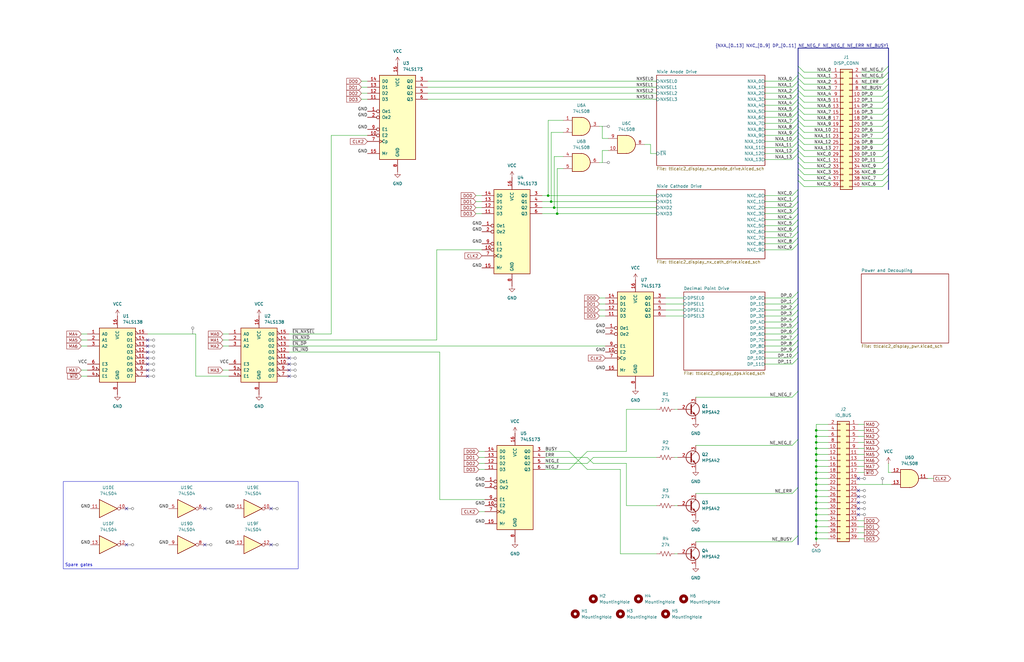
<source format=kicad_sch>
(kicad_sch (version 20231120) (generator "eeschema") (generator_version "8.0")
  (paper "USLedger")
  (title_block (title "TTL Calculator Display Driver") (date "2025-02-14") (rev "A"))
  (junction (at 232.41 85.09))
  (junction (at 344.17 217.17))
  (junction (at 344.17 196.85))
  (junction (at 344.17 214.63))
  (junction (at 344.17 224.79))
  (junction (at 344.17 199.39))
  (junction (at 344.17 222.25))
  (junction (at 344.17 212.09))
  (junction (at 344.17 186.69))
  (junction (at 344.17 207.01))
  (junction (at 344.17 181.61))
  (junction (at 233.68 87.63))
  (junction (at 344.17 209.55))
  (junction (at 344.17 194.31))
  (junction (at 344.17 227.33))
  (junction (at 344.17 189.23))
  (junction (at 344.17 191.77))
  (junction (at 344.17 201.93))
  (junction (at 344.17 219.71))
  (junction (at 234.95 90.17))
  (junction (at 231.14 82.55))
  (junction (at 344.17 184.15))
  (junction (at 344.17 204.47))
  (no_connect (at 86.36 214.63))
  (no_connect (at 361.95 207.01))
  (no_connect (at 361.95 214.63))
  (no_connect (at 121.92 156.21))
  (no_connect (at 62.23 148.59))
  (no_connect (at 86.36 229.87))
  (no_connect (at 62.23 143.51))
  (no_connect (at 62.23 146.05))
  (no_connect (at 361.95 201.93))
  (no_connect (at 121.92 158.75))
  (no_connect (at 361.95 209.55))
  (no_connect (at 62.23 156.21))
  (no_connect (at 53.34 214.63))
  (no_connect (at 62.23 158.75))
  (no_connect (at 121.92 153.67))
  (no_connect (at 53.34 229.87))
  (no_connect (at 361.95 212.09))
  (no_connect (at 121.92 151.13))
  (no_connect (at 114.3 229.87))
  (no_connect (at 114.3 214.63))
  (no_connect (at 62.23 151.13))
  (no_connect (at 62.23 153.67))
  (no_connect (at 361.95 217.17))
  (bus_entry (at 374.65 30.48) (size -2.54 2.54))
  (bus_entry (at 336.55 40.64) (size 2.54 2.54))
  (bus_entry (at 334.01 64.77) (size 2.54 -2.54))
  (bus_entry (at 374.65 40.64) (size -2.54 2.54))
  (bus_entry (at 334.01 57.15) (size 2.54 -2.54))
  (bus_entry (at 374.65 50.8) (size -2.54 2.54))
  (bus_entry (at 336.55 58.42) (size 2.54 2.54))
  (bus_entry (at 374.65 38.1) (size -2.54 2.54))
  (bus_entry (at 336.55 45.72) (size 2.54 2.54))
  (bus_entry (at 334.01 187.96) (size 2.54 -2.54))
  (bus_entry (at 334.01 41.91) (size 2.54 -2.54))
  (bus_entry (at 336.55 92.71) (size -2.54 2.54))
  (bus_entry (at 336.55 38.1) (size 2.54 2.54))
  (bus_entry (at 374.65 27.94) (size -2.54 2.54))
  (bus_entry (at 336.55 63.5) (size 2.54 2.54))
  (bus_entry (at 334.01 67.31) (size 2.54 -2.54))
  (bus_entry (at 336.55 87.63) (size -2.54 2.54))
  (bus_entry (at 336.55 33.02) (size 2.54 2.54))
  (bus_entry (at 374.65 63.5) (size -2.54 2.54))
  (bus_entry (at 336.55 100.33) (size -2.54 2.54))
  (bus_entry (at 336.55 97.79) (size -2.54 2.54))
  (bus_entry (at 336.55 55.88) (size 2.54 2.54))
  (bus_entry (at 336.55 123.19) (size -2.54 2.54))
  (bus_entry (at 336.55 102.87) (size -2.54 2.54))
  (bus_entry (at 336.55 143.51) (size -2.54 2.54))
  (bus_entry (at 336.55 133.35) (size -2.54 2.54))
  (bus_entry (at 336.55 43.18) (size 2.54 2.54))
  (bus_entry (at 336.55 68.58) (size 2.54 2.54))
  (bus_entry (at 334.01 52.07) (size 2.54 -2.54))
  (bus_entry (at 336.55 76.2) (size 2.54 2.54))
  (bus_entry (at 374.65 60.96) (size -2.54 2.54))
  (bus_entry (at 374.65 35.56) (size -2.54 2.54))
  (bus_entry (at 374.65 33.02) (size -2.54 2.54))
  (bus_entry (at 336.55 148.59) (size -2.54 2.54))
  (bus_entry (at 374.65 43.18) (size -2.54 2.54))
  (bus_entry (at 374.65 73.66) (size -2.54 2.54))
  (bus_entry (at 334.01 46.99) (size 2.54 -2.54))
  (bus_entry (at 334.01 44.45) (size 2.54 -2.54))
  (bus_entry (at 374.65 66.04) (size -2.54 2.54))
  (bus_entry (at 336.55 90.17) (size -2.54 2.54))
  (bus_entry (at 336.55 140.97) (size -2.54 2.54))
  (bus_entry (at 336.55 95.25) (size -2.54 2.54))
  (bus_entry (at 374.65 53.34) (size -2.54 2.54))
  (bus_entry (at 374.65 48.26) (size -2.54 2.54))
  (bus_entry (at 336.55 226.06) (size -2.54 2.54))
  (bus_entry (at 336.55 85.09) (size -2.54 2.54))
  (bus_entry (at 334.01 34.29) (size 2.54 -2.54))
  (bus_entry (at 374.65 55.88) (size -2.54 2.54))
  (bus_entry (at 336.55 48.26) (size 2.54 2.54))
  (bus_entry (at 336.55 35.56) (size 2.54 2.54))
  (bus_entry (at 336.55 125.73) (size -2.54 2.54))
  (bus_entry (at 336.55 138.43) (size -2.54 2.54))
  (bus_entry (at 336.55 50.8) (size 2.54 2.54))
  (bus_entry (at 334.01 36.83) (size 2.54 -2.54))
  (bus_entry (at 334.01 62.23) (size 2.54 -2.54))
  (bus_entry (at 336.55 128.27) (size -2.54 2.54))
  (bus_entry (at 374.65 71.12) (size -2.54 2.54))
  (bus_entry (at 374.65 76.2) (size -2.54 2.54))
  (bus_entry (at 334.01 59.69) (size 2.54 -2.54))
  (bus_entry (at 334.01 208.28) (size 2.54 -2.54))
  (bus_entry (at 336.55 27.94) (size 2.54 2.54))
  (bus_entry (at 336.55 60.96) (size 2.54 2.54))
  (bus_entry (at 336.55 30.48) (size 2.54 2.54))
  (bus_entry (at 336.55 71.12) (size 2.54 2.54))
  (bus_entry (at 334.01 49.53) (size 2.54 -2.54))
  (bus_entry (at 374.65 45.72) (size -2.54 2.54))
  (bus_entry (at 336.55 135.89) (size -2.54 2.54))
  (bus_entry (at 374.65 58.42) (size -2.54 2.54))
  (bus_entry (at 336.55 53.34) (size 2.54 2.54))
  (bus_entry (at 336.55 66.04) (size 2.54 2.54))
  (bus_entry (at 334.01 39.37) (size 2.54 -2.54))
  (bus_entry (at 336.55 80.01) (size -2.54 2.54))
  (bus_entry (at 336.55 146.05) (size -2.54 2.54))
  (bus_entry (at 336.55 73.66) (size 2.54 2.54))
  (bus_entry (at 334.01 54.61) (size 2.54 -2.54))
  (bus_entry (at 334.01 167.64) (size 2.54 -2.54))
  (bus_entry (at 374.65 68.58) (size -2.54 2.54))
  (bus_entry (at 336.55 130.81) (size -2.54 2.54))
  (bus_entry (at 336.55 151.13) (size -2.54 2.54))
  (bus_entry (at 336.55 82.55) (size -2.54 2.54))
  (wire (pts (xy 349.25 194.31) (xy 344.17 194.31)))
  (bus (pts (xy 336.55 130.81) (xy 336.55 133.35)))
  (bus (pts (xy 374.65 35.56) (xy 374.65 38.1)))
  (wire (pts (xy 82.55 140.97) (xy 82.55 158.75)))
  (wire (pts (xy 344.17 228.6) (xy 344.17 227.33)))
  (bus (pts (xy 336.55 34.29) (xy 336.55 35.56)))
  (wire (pts (xy 363.22 38.1) (xy 372.11 38.1)))
  (bus (pts (xy 336.55 30.48) (xy 336.55 31.75)))
  (wire (pts (xy 349.25 214.63) (xy 344.17 214.63)))
  (wire (pts (xy 252.73 133.35) (xy 255.27 133.35)))
  (bus (pts (xy 336.55 82.55) (xy 336.55 85.09)))
  (wire (pts (xy 344.17 212.09) (xy 344.17 209.55)))
  (wire (pts (xy 322.58 105.41) (xy 334.01 105.41)))
  (wire (pts (xy 364.49 196.85) (xy 361.95 196.85)))
  (wire (pts (xy 93.98 146.05) (xy 96.52 146.05)))
  (wire (pts (xy 93.98 140.97) (xy 96.52 140.97)))
  (wire (pts (xy 364.49 227.33) (xy 361.95 227.33)))
  (bus (pts (xy 336.55 53.34) (xy 336.55 54.61)))
  (wire (pts (xy 252.73 68.58) (xy 254 68.58)))
  (wire (pts (xy 339.09 60.96) (xy 350.52 60.96)))
  (bus (pts (xy 336.55 40.64) (xy 336.55 41.91)))
  (wire (pts (xy 247.65 190.5) (xy 240.03 198.12)))
  (bus (pts (xy 374.65 40.64) (xy 374.65 43.18)))
  (bus (pts (xy 336.55 62.23) (xy 336.55 63.5)))
  (bus (pts (xy 336.55 133.35) (xy 336.55 135.89)))
  (wire (pts (xy 363.22 53.34) (xy 372.11 53.34)))
  (wire (pts (xy 184.15 105.41) (xy 203.2 105.41)))
  (bus (pts (xy 336.55 76.2) (xy 336.55 80.01)))
  (wire (pts (xy 93.98 156.21) (xy 96.52 156.21)))
  (wire (pts (xy 364.49 199.39) (xy 361.95 199.39)))
  (bus (pts (xy 336.55 41.91) (xy 336.55 43.18)))
  (bus (pts (xy 336.55 45.72) (xy 336.55 46.99)))
  (bus (pts (xy 374.65 76.2) (xy 374.65 80.01)))
  (wire (pts (xy 322.58 97.79) (xy 334.01 97.79)))
  (bus (pts (xy 336.55 102.87) (xy 336.55 123.19)))
  (bus (pts (xy 336.55 36.83) (xy 336.55 38.1)))
  (wire (pts (xy 200.66 87.63) (xy 203.2 87.63)))
  (wire (pts (xy 322.58 100.33) (xy 334.01 100.33)))
  (wire (pts (xy 152.4 39.37) (xy 154.94 39.37)))
  (bus (pts (xy 336.55 123.19) (xy 336.55 125.73)))
  (wire (pts (xy 280.67 133.35) (xy 288.29 133.35)))
  (wire (pts (xy 322.58 135.89) (xy 334.01 135.89)))
  (wire (pts (xy 185.42 210.82) (xy 204.47 210.82)))
  (wire (pts (xy 344.17 222.25) (xy 344.17 219.71)))
  (bus (pts (xy 374.65 38.1) (xy 374.65 40.64)))
  (wire (pts (xy 180.34 41.91) (xy 276.86 41.91)))
  (bus (pts (xy 374.65 73.66) (xy 374.65 76.2)))
  (wire (pts (xy 344.17 189.23) (xy 344.17 186.69)))
  (wire (pts (xy 339.09 66.04) (xy 350.52 66.04)))
  (wire (pts (xy 322.58 64.77) (xy 334.01 64.77)))
  (wire (pts (xy 82.55 158.75) (xy 96.52 158.75)))
  (wire (pts (xy 180.34 36.83) (xy 276.86 36.83)))
  (wire (pts (xy 339.09 53.34) (xy 350.52 53.34)))
  (wire (pts (xy 322.58 57.15) (xy 334.01 57.15)))
  (wire (pts (xy 349.25 227.33) (xy 344.17 227.33)))
  (wire (pts (xy 280.67 125.73) (xy 288.29 125.73)))
  (wire (pts (xy 349.25 184.15) (xy 344.17 184.15)))
  (bus (pts (xy 336.55 60.96) (xy 336.55 62.23)))
  (wire (pts (xy 180.34 34.29) (xy 276.86 34.29)))
  (bus (pts (xy 374.65 43.18) (xy 374.65 45.72)))
  (wire (pts (xy 344.17 194.31) (xy 344.17 191.77)))
  (wire (pts (xy 180.34 39.37) (xy 276.86 39.37)))
  (wire (pts (xy 237.49 50.8) (xy 231.14 50.8)))
  (wire (pts (xy 200.66 82.55) (xy 203.2 82.55)))
  (wire (pts (xy 364.49 194.31) (xy 361.95 194.31)))
  (wire (pts (xy 247.65 198.12) (xy 261.62 198.12)))
  (wire (pts (xy 264.16 213.36) (xy 264.16 195.58)))
  (wire (pts (xy 363.22 73.66) (xy 372.11 73.66)))
  (wire (pts (xy 364.49 191.77) (xy 361.95 191.77)))
  (wire (pts (xy 322.58 62.23) (xy 334.01 62.23)))
  (bus (pts (xy 336.55 50.8) (xy 336.55 52.07)))
  (wire (pts (xy 237.49 66.04) (xy 233.68 66.04)))
  (bus (pts (xy 336.55 52.07) (xy 336.55 53.34)))
  (wire (pts (xy 322.58 138.43) (xy 334.01 138.43)))
  (wire (pts (xy 201.93 193.04) (xy 204.47 193.04)))
  (wire (pts (xy 344.17 196.85) (xy 344.17 194.31)))
  (wire (pts (xy 349.25 207.01) (xy 344.17 207.01)))
  (wire (pts (xy 322.58 151.13) (xy 334.01 151.13)))
  (wire (pts (xy 152.4 34.29) (xy 154.94 34.29)))
  (wire (pts (xy 344.17 214.63) (xy 344.17 212.09)))
  (wire (pts (xy 229.87 198.12) (xy 240.03 198.12)))
  (wire (pts (xy 293.37 187.96) (xy 334.01 187.96)))
  (wire (pts (xy 339.09 48.26) (xy 350.52 48.26)))
  (wire (pts (xy 349.25 222.25) (xy 344.17 222.25)))
  (wire (pts (xy 322.58 140.97) (xy 334.01 140.97)))
  (wire (pts (xy 349.25 186.69) (xy 344.17 186.69)))
  (wire (pts (xy 200.66 85.09) (xy 203.2 85.09)))
  (wire (pts (xy 363.22 55.88) (xy 372.11 55.88)))
  (wire (pts (xy 322.58 54.61) (xy 334.01 54.61)))
  (wire (pts (xy 339.09 63.5) (xy 350.52 63.5)))
  (bus (pts (xy 336.55 151.13) (xy 336.55 165.1)))
  (wire (pts (xy 349.25 199.39) (xy 344.17 199.39)))
  (bus (pts (xy 374.65 20.32) (xy 374.65 27.94)))
  (wire (pts (xy 252.73 130.81) (xy 255.27 130.81)))
  (wire (pts (xy 264.16 172.72) (xy 264.16 190.5)))
  (wire (pts (xy 234.95 90.17) (xy 276.86 90.17)))
  (wire (pts (xy 322.58 36.83) (xy 334.01 36.83)))
  (wire (pts (xy 247.65 195.58) (xy 250.19 193.04)))
  (wire (pts (xy 254 63.5) (xy 256.54 63.5)))
  (wire (pts (xy 201.93 195.58) (xy 204.47 195.58)))
  (wire (pts (xy 363.22 45.72) (xy 372.11 45.72)))
  (wire (pts (xy 339.09 45.72) (xy 350.52 45.72)))
  (bus (pts (xy 374.65 33.02) (xy 374.65 35.56)))
  (wire (pts (xy 339.09 50.8) (xy 350.52 50.8)))
  (wire (pts (xy 252.73 125.73) (xy 255.27 125.73)))
  (wire (pts (xy 34.29 156.21) (xy 36.83 156.21)))
  (wire (pts (xy 228.6 82.55) (xy 231.14 82.55)))
  (bus (pts (xy 374.65 45.72) (xy 374.65 48.26)))
  (wire (pts (xy 184.15 143.51) (xy 184.15 105.41)))
  (wire (pts (xy 229.87 193.04) (xy 247.65 193.04)))
  (bus (pts (xy 336.55 85.09) (xy 336.55 87.63)))
  (wire (pts (xy 363.22 40.64) (xy 372.11 40.64)))
  (wire (pts (xy 254 58.42) (xy 256.54 58.42)))
  (wire (pts (xy 34.29 158.75) (xy 36.83 158.75)))
  (bus (pts (xy 336.55 68.58) (xy 336.55 71.12)))
  (wire (pts (xy 339.09 76.2) (xy 350.52 76.2)))
  (wire (pts (xy 322.58 85.09) (xy 334.01 85.09)))
  (bus (pts (xy 336.55 138.43) (xy 336.55 140.97)))
  (wire (pts (xy 121.92 146.05) (xy 255.27 146.05)))
  (bus (pts (xy 374.65 68.58) (xy 374.65 71.12)))
  (bus (pts (xy 336.55 64.77) (xy 336.55 66.04)))
  (bus (pts (xy 336.55 146.05) (xy 336.55 148.59)))
  (wire (pts (xy 293.37 208.28) (xy 334.01 208.28)))
  (wire (pts (xy 293.37 167.64) (xy 334.01 167.64)))
  (wire (pts (xy 363.22 63.5) (xy 372.11 63.5)))
  (wire (pts (xy 121.92 148.59) (xy 185.42 148.59)))
  (wire (pts (xy 228.6 90.17) (xy 234.95 90.17)))
  (bus (pts (xy 336.55 140.97) (xy 336.55 143.51)))
  (wire (pts (xy 375.92 199.39) (xy 374.65 199.39)))
  (bus (pts (xy 336.55 33.02) (xy 336.55 34.29)))
  (wire (pts (xy 322.58 102.87) (xy 334.01 102.87)))
  (wire (pts (xy 344.17 199.39) (xy 344.17 196.85)))
  (bus (pts (xy 374.65 58.42) (xy 374.65 60.96)))
  (wire (pts (xy 229.87 195.58) (xy 247.65 195.58)))
  (wire (pts (xy 240.03 190.5) (xy 247.65 198.12)))
  (wire (pts (xy 322.58 52.07) (xy 334.01 52.07)))
  (wire (pts (xy 34.29 143.51) (xy 36.83 143.51)))
  (bus (pts (xy 336.55 57.15) (xy 336.55 58.42)))
  (wire (pts (xy 139.7 140.97) (xy 139.7 57.15)))
  (wire (pts (xy 344.17 201.93) (xy 344.17 199.39)))
  (wire (pts (xy 349.25 201.93) (xy 344.17 201.93)))
  (bus (pts (xy 336.55 38.1) (xy 336.55 39.37)))
  (wire (pts (xy 139.7 57.15) (xy 154.94 57.15)))
  (bus (pts (xy 336.55 80.01) (xy 336.55 82.55)))
  (bus (pts (xy 336.55 73.66) (xy 336.55 76.2)))
  (wire (pts (xy 322.58 133.35) (xy 334.01 133.35)))
  (wire (pts (xy 322.58 39.37) (xy 334.01 39.37)))
  (wire (pts (xy 339.09 78.74) (xy 350.52 78.74)))
  (wire (pts (xy 339.09 35.56) (xy 350.52 35.56)))
  (wire (pts (xy 185.42 148.59) (xy 185.42 210.82)))
  (bus (pts (xy 336.55 35.56) (xy 336.55 36.83)))
  (wire (pts (xy 264.16 172.72) (xy 276.86 172.72)))
  (bus (pts (xy 336.55 143.51) (xy 336.55 146.05)))
  (wire (pts (xy 364.49 181.61) (xy 361.95 181.61)))
  (wire (pts (xy 271.78 60.96) (xy 274.32 60.96)))
  (wire (pts (xy 344.17 227.33) (xy 344.17 224.79)))
  (wire (pts (xy 228.6 85.09) (xy 232.41 85.09)))
  (wire (pts (xy 34.29 146.05) (xy 36.83 146.05)))
  (wire (pts (xy 339.09 58.42) (xy 350.52 58.42)))
  (wire (pts (xy 364.49 224.79) (xy 361.95 224.79)))
  (wire (pts (xy 349.25 217.17) (xy 344.17 217.17)))
  (wire (pts (xy 363.22 71.12) (xy 372.11 71.12)))
  (wire (pts (xy 280.67 130.81) (xy 288.29 130.81)))
  (bus (pts (xy 336.55 100.33) (xy 336.55 102.87)))
  (bus (pts (xy 336.55 226.06) (xy 336.55 229.87)))
  (wire (pts (xy 234.95 71.12) (xy 234.95 90.17)))
  (wire (pts (xy 254 53.34) (xy 254 58.42)))
  (wire (pts (xy 229.87 190.5) (xy 240.03 190.5)))
  (wire (pts (xy 344.17 181.61) (xy 349.25 181.61)))
  (wire (pts (xy 250.19 195.58) (xy 247.65 193.04)))
  (wire (pts (xy 349.25 191.77) (xy 344.17 191.77)))
  (bus (pts (xy 336.55 20.32) (xy 336.55 27.94)))
  (bus (pts (xy 336.55 71.12) (xy 336.55 73.66)))
  (wire (pts (xy 339.09 30.48) (xy 350.52 30.48)))
  (wire (pts (xy 344.17 209.55) (xy 344.17 207.01)))
  (wire (pts (xy 364.49 184.15) (xy 361.95 184.15)))
  (wire (pts (xy 339.09 43.18) (xy 350.52 43.18)))
  (bus (pts (xy 336.55 135.89) (xy 336.55 138.43)))
  (wire (pts (xy 339.09 55.88) (xy 350.52 55.88)))
  (bus (pts (xy 374.65 55.88) (xy 374.65 58.42)))
  (wire (pts (xy 322.58 44.45) (xy 334.01 44.45)))
  (bus (pts (xy 374.65 20.32) (xy 336.55 20.32)))
  (wire (pts (xy 363.22 30.48) (xy 372.11 30.48)))
  (wire (pts (xy 232.41 85.09) (xy 276.86 85.09)))
  (wire (pts (xy 233.68 87.63) (xy 276.86 87.63)))
  (wire (pts (xy 264.16 190.5) (xy 247.65 190.5)))
  (wire (pts (xy 264.16 195.58) (xy 250.19 195.58)))
  (wire (pts (xy 228.6 87.63) (xy 233.68 87.63)))
  (wire (pts (xy 349.25 189.23) (xy 344.17 189.23)))
  (wire (pts (xy 344.17 191.77) (xy 344.17 189.23)))
  (wire (pts (xy 349.25 219.71) (xy 344.17 219.71)))
  (bus (pts (xy 336.55 58.42) (xy 336.55 59.69)))
  (bus (pts (xy 336.55 48.26) (xy 336.55 49.53)))
  (wire (pts (xy 375.92 204.47) (xy 361.95 204.47)))
  (wire (pts (xy 322.58 125.73) (xy 334.01 125.73)))
  (wire (pts (xy 231.14 50.8) (xy 231.14 82.55)))
  (wire (pts (xy 363.22 68.58) (xy 372.11 68.58)))
  (bus (pts (xy 374.65 53.34) (xy 374.65 55.88)))
  (bus (pts (xy 336.55 44.45) (xy 336.55 45.72)))
  (bus (pts (xy 374.65 66.04) (xy 374.65 68.58)))
  (wire (pts (xy 363.22 48.26) (xy 372.11 48.26)))
  (wire (pts (xy 349.25 212.09) (xy 344.17 212.09)))
  (wire (pts (xy 232.41 55.88) (xy 232.41 85.09)))
  (bus (pts (xy 336.55 97.79) (xy 336.55 100.33)))
  (wire (pts (xy 393.7 201.93) (xy 391.16 201.93)))
  (wire (pts (xy 252.73 128.27) (xy 255.27 128.27)))
  (wire (pts (xy 231.14 82.55) (xy 276.86 82.55)))
  (bus (pts (xy 336.55 27.94) (xy 336.55 30.48)))
  (bus (pts (xy 336.55 49.53) (xy 336.55 50.8)))
  (bus (pts (xy 336.55 39.37) (xy 336.55 40.64)))
  (wire (pts (xy 339.09 73.66) (xy 350.52 73.66)))
  (bus (pts (xy 374.65 48.26) (xy 374.65 50.8)))
  (bus (pts (xy 374.65 60.96) (xy 374.65 63.5)))
  (wire (pts (xy 349.25 224.79) (xy 344.17 224.79)))
  (wire (pts (xy 374.65 199.39) (xy 374.65 195.58)))
  (wire (pts (xy 201.93 198.12) (xy 204.47 198.12)))
  (wire (pts (xy 349.25 179.07) (xy 344.17 179.07)))
  (wire (pts (xy 344.17 186.69) (xy 344.17 184.15)))
  (wire (pts (xy 237.49 71.12) (xy 234.95 71.12)))
  (wire (pts (xy 254 68.58) (xy 254 63.5)))
  (bus (pts (xy 336.55 90.17) (xy 336.55 92.71)))
  (bus (pts (xy 336.55 87.63) (xy 336.55 90.17)))
  (bus (pts (xy 336.55 128.27) (xy 336.55 130.81)))
  (wire (pts (xy 284.48 172.72) (xy 285.75 172.72)))
  (wire (pts (xy 322.58 95.25) (xy 334.01 95.25)))
  (bus (pts (xy 336.55 205.74) (xy 336.55 226.06)))
  (wire (pts (xy 364.49 189.23) (xy 361.95 189.23)))
  (wire (pts (xy 349.25 204.47) (xy 344.17 204.47)))
  (bus (pts (xy 336.55 92.71) (xy 336.55 95.25)))
  (wire (pts (xy 121.92 143.51) (xy 184.15 143.51)))
  (wire (pts (xy 339.09 40.64) (xy 350.52 40.64)))
  (wire (pts (xy 363.22 33.02) (xy 372.11 33.02)))
  (wire (pts (xy 93.98 143.51) (xy 96.52 143.51)))
  (wire (pts (xy 344.17 219.71) (xy 344.17 217.17)))
  (bus (pts (xy 336.55 66.04) (xy 336.55 68.58)))
  (wire (pts (xy 363.22 66.04) (xy 372.11 66.04)))
  (wire (pts (xy 121.92 140.97) (xy 139.7 140.97)))
  (wire (pts (xy 261.62 233.68) (xy 261.62 198.12)))
  (bus (pts (xy 336.55 148.59) (xy 336.55 151.13)))
  (bus (pts (xy 336.55 185.42) (xy 336.55 205.74)))
  (wire (pts (xy 322.58 49.53) (xy 334.01 49.53)))
  (wire (pts (xy 344.17 217.17) (xy 344.17 214.63)))
  (wire (pts (xy 200.66 90.17) (xy 203.2 90.17)))
  (wire (pts (xy 363.22 43.18) (xy 372.11 43.18)))
  (bus (pts (xy 336.55 165.1) (xy 336.55 185.42)))
  (wire (pts (xy 284.48 233.68) (xy 285.75 233.68)))
  (wire (pts (xy 293.37 228.6) (xy 334.01 228.6)))
  (wire (pts (xy 322.58 59.69) (xy 334.01 59.69)))
  (wire (pts (xy 339.09 38.1) (xy 350.52 38.1)))
  (bus (pts (xy 374.65 30.48) (xy 374.65 33.02)))
  (wire (pts (xy 349.25 209.55) (xy 344.17 209.55)))
  (wire (pts (xy 344.17 204.47) (xy 344.17 201.93)))
  (bus (pts (xy 374.65 63.5) (xy 374.65 66.04)))
  (wire (pts (xy 364.49 219.71) (xy 361.95 219.71)))
  (wire (pts (xy 252.73 53.34) (xy 254 53.34)))
  (wire (pts (xy 237.49 55.88) (xy 232.41 55.88)))
  (wire (pts (xy 339.09 68.58) (xy 350.52 68.58)))
  (wire (pts (xy 363.22 78.74) (xy 372.11 78.74)))
  (wire (pts (xy 322.58 92.71) (xy 334.01 92.71)))
  (wire (pts (xy 322.58 41.91) (xy 334.01 41.91)))
  (wire (pts (xy 349.25 196.85) (xy 344.17 196.85)))
  (wire (pts (xy 322.58 143.51) (xy 334.01 143.51)))
  (bus (pts (xy 374.65 27.94) (xy 374.65 30.48)))
  (wire (pts (xy 344.17 179.07) (xy 344.17 181.61)))
  (bus (pts (xy 374.65 71.12) (xy 374.65 73.66)))
  (wire (pts (xy 322.58 148.59) (xy 334.01 148.59)))
  (wire (pts (xy 364.49 179.07) (xy 361.95 179.07)))
  (wire (pts (xy 276.86 193.04) (xy 250.19 193.04)))
  (wire (pts (xy 339.09 33.02) (xy 350.52 33.02)))
  (wire (pts (xy 322.58 128.27) (xy 334.01 128.27)))
  (wire (pts (xy 233.68 66.04) (xy 233.68 87.63)))
  (wire (pts (xy 344.17 224.79) (xy 344.17 222.25)))
  (wire (pts (xy 276.86 213.36) (xy 264.16 213.36)))
  (wire (pts (xy 363.22 60.96) (xy 372.11 60.96)))
  (wire (pts (xy 322.58 146.05) (xy 334.01 146.05)))
  (wire (pts (xy 274.32 60.96) (xy 274.32 64.77)))
  (wire (pts (xy 280.67 128.27) (xy 288.29 128.27)))
  (wire (pts (xy 344.17 207.01) (xy 344.17 204.47)))
  (bus (pts (xy 336.55 54.61) (xy 336.55 55.88)))
  (bus (pts (xy 336.55 31.75) (xy 336.55 33.02)))
  (wire (pts (xy 363.22 35.56) (xy 372.11 35.56)))
  (wire (pts (xy 339.09 71.12) (xy 350.52 71.12)))
  (bus (pts (xy 336.55 63.5) (xy 336.55 64.77)))
  (bus (pts (xy 374.65 50.8) (xy 374.65 53.34)))
  (wire (pts (xy 34.29 140.97) (xy 36.83 140.97)))
  (wire (pts (xy 364.49 222.25) (xy 361.95 222.25)))
  (bus (pts (xy 336.55 125.73) (xy 336.55 128.27)))
  (bus (pts (xy 336.55 46.99) (xy 336.55 48.26)))
  (wire (pts (xy 322.58 87.63) (xy 334.01 87.63)))
  (wire (pts (xy 152.4 36.83) (xy 154.94 36.83)))
  (wire (pts (xy 322.58 90.17) (xy 334.01 90.17)))
  (wire (pts (xy 363.22 58.42) (xy 372.11 58.42)))
  (wire (pts (xy 364.49 186.69) (xy 361.95 186.69)))
  (wire (pts (xy 201.93 215.9) (xy 204.47 215.9)))
  (wire (pts (xy 284.48 193.04) (xy 285.75 193.04)))
  (wire (pts (xy 344.17 184.15) (xy 344.17 181.61)))
  (wire (pts (xy 322.58 130.81) (xy 334.01 130.81)))
  (wire (pts (xy 322.58 34.29) (xy 334.01 34.29)))
  (wire (pts (xy 62.23 140.97) (xy 82.55 140.97)))
  (wire (pts (xy 284.48 213.36) (xy 285.75 213.36)))
  (wire (pts (xy 201.93 190.5) (xy 204.47 190.5)))
  (wire (pts (xy 152.4 41.91) (xy 154.94 41.91)))
  (wire (pts (xy 363.22 50.8) (xy 372.11 50.8)))
  (bus (pts (xy 336.55 43.18) (xy 336.55 44.45)))
  (wire (pts (xy 322.58 153.67) (xy 334.01 153.67)))
  (wire (pts (xy 322.58 46.99) (xy 334.01 46.99)))
  (bus (pts (xy 336.55 95.25) (xy 336.55 97.79)))
  (bus (pts (xy 336.55 59.69) (xy 336.55 60.96)))
  (wire (pts (xy 276.86 233.68) (xy 261.62 233.68)))
  (wire (pts (xy 322.58 67.31) (xy 334.01 67.31)))
  (bus (pts (xy 336.55 55.88) (xy 336.55 57.15)))
  (wire (pts (xy 322.58 82.55) (xy 334.01 82.55)))
  (wire (pts (xy 363.22 76.2) (xy 372.11 76.2)))
  (wire (pts (xy 274.32 64.77) (xy 276.86 64.77)))
  (rectangle (start 26.67 203.2) (end 125.73 240.03))
  (text "Spare gates" (at 33.274 238.506 0) (effects (font (size 1.27 1.27))))
  (label "DP_3" (at 334.01 133.35 180))
  (label "DP_10" (at 334.01 151.13 180))
  (label "NE_ERR" (at 334.01 208.28 180))
  (label "NXA_8" (at 350.52 50.8 180))
  (label "GND" (at 154.94 64.77 180))
  (label "DP_10" (at 363.22 66.04 0))
  (label "GND" (at 203.2 95.25 180))
  (label "NXC_2" (at 334.01 87.63 180))
  (label "NXA_4" (at 334.01 44.45 180))
  (label "NXC_1" (at 350.52 68.58 180))
  (label "DP_9" (at 363.22 63.5 0))
  (label "NXA_8" (at 334.01 54.61 180))
  (label "DP_3" (at 363.22 48.26 0))
  (label "NXA_2" (at 350.52 35.56 180))
  (label "NXA_11" (at 334.01 62.23 180))
  (label "DP_9" (at 334.01 148.59 180))
  (label "GND" (at 204.47 213.36 180))
  (label "NXA_6" (at 334.01 49.53 180))
  (label "~{EN_DP}" (at 123.19 146.05 0))
  (label "GND" (at 255.27 138.43 180))
  (label "NXA_13" (at 334.01 67.31 180))
  (label "NXA_12" (at 334.01 64.77 180))
  (label "NE_ERR" (at 363.22 35.56 0))
  (label "DP_2" (at 334.01 130.81 180))
  (label "NXA_13" (at 350.52 63.5 180))
  (label "NXA_7" (at 334.01 52.07 180))
  (label "NXC_8" (at 334.01 102.87 180))
  (label "DP_4" (at 334.01 135.89 180))
  (label "DP_1" (at 363.22 43.18 0))
  (label "NXC_3" (at 334.01 90.17 180))
  (label "DP_5" (at 363.22 53.34 0))
  (label "DP_8" (at 363.22 60.96 0))
  (label "NXC_5" (at 334.01 95.25 180))
  (label "GND" (at 71.12 229.87 180))
  (label "GND" (at 203.2 97.79 180))
  (label "GND" (at 38.1 214.63 180))
  (label "GND" (at 255.27 156.21 180))
  (label "~{EN_NXD}" (at 123.19 143.51 0))
  (label "{NXA_[0..13] NXC_[0..9] DP_[0..11] NE_NEG_F NE_NEG_E NE_ERR NE_BUSY}" (at 374.65 20.32 180))
  (label "DP_11" (at 334.01 153.67 180))
  (label "GND" (at 71.12 214.63 180))
  (label "NXSEL1" (at 275.59 36.83 180))
  (label "NE_NEG_E" (at 363.22 33.02 0))
  (label "NXA_1" (at 350.52 33.02 180))
  (label "NXA_6" (at 350.52 45.72 180))
  (label "NE_BUSY" (at 334.01 228.6 180))
  (label "GND" (at 154.94 49.53 180))
  (label "GND" (at 255.27 148.59 180))
  (label "GND" (at 99.06 229.87 180))
  (label "NXC_9" (at 334.01 105.41 180))
  (label "DP_11" (at 363.22 68.58 0))
  (label "NXA_11" (at 350.52 58.42 180))
  (label "BUSY" (at 229.87 190.5 0))
  (label "NXA_2" (at 334.01 39.37 180))
  (label "NXC_4" (at 334.01 92.71 180))
  (label "NXC_0" (at 350.52 66.04 180))
  (label "NXC_4" (at 350.52 76.2 180))
  (label "NXC_0" (at 334.01 82.55 180))
  (label "VCC" (at 36.83 153.67 180))
  (label "NE_NEG_F" (at 334.01 167.64 180))
  (label "~{EN_NXSEL}" (at 123.19 140.97 0))
  (label "NXSEL0" (at 275.59 34.29 180))
  (label "~{EN_IND}" (at 123.19 148.59 0))
  (label "DP_2" (at 363.22 45.72 0))
  (label "NXC_7" (at 334.01 100.33 180))
  (label "NXA_5" (at 334.01 46.99 180))
  (label "NXC_2" (at 350.52 71.12 180))
  (label "NEG_F" (at 229.87 198.12 0))
  (label "VCC" (at 96.52 153.67 180))
  (label "GND" (at 204.47 220.98 180))
  (label "DP_6" (at 363.22 55.88 0))
  (label "NXA_0" (at 350.52 30.48 180))
  (label "NXC_1" (at 334.01 85.09 180))
  (label "DP_4" (at 363.22 50.8 0))
  (label "DP_7" (at 334.01 143.51 180))
  (label "NXSEL3" (at 275.59 41.91 180))
  (label "DP_7" (at 363.22 58.42 0))
  (label "NXC_3" (at 350.52 73.66 180))
  (label "ERR" (at 229.87 193.04 0))
  (label "NE_BUSY" (at 363.22 38.1 0))
  (label "GND" (at 203.2 102.87 180))
  (label "DP_0" (at 363.22 40.64 0))
  (label "GND" (at 204.47 205.74 180))
  (label "NXA_9" (at 334.01 57.15 180))
  (label "NXC_9" (at 363.22 71.12 0))
  (label "NXA_3" (at 350.52 38.1 180))
  (label "GND" (at 38.1 229.87 180))
  (label "GND" (at 203.2 113.03 180))
  (label "NXA_12" (at 350.52 60.96 180))
  (label "NXA_7" (at 350.52 48.26 180))
  (label "NXA_10" (at 334.01 59.69 180))
  (label "GND" (at 154.94 46.99 180))
  (label "NXA_5" (at 350.52 43.18 180))
  (label "NE_NEG_F" (at 363.22 30.48 0))
  (label "GND" (at 255.27 140.97 180))
  (label "DP_6" (at 334.01 140.97 180))
  (label "NXC_7" (at 363.22 76.2 0))
  (label "GND" (at 204.47 203.2 180))
  (label "DP_1" (at 334.01 128.27 180))
  (label "NXC_8" (at 363.22 73.66 0))
  (label "NXSEL2" (at 275.59 39.37 180))
  (label "NEG_E" (at 229.87 195.58 0))
  (label "NXC_6" (at 334.01 97.79 180))
  (label "NXA_10" (at 350.52 55.88 180))
  (label "NE_NEG_E" (at 334.01 187.96 180))
  (label "DP_0" (at 334.01 125.73 180))
  (label "NXC_5" (at 350.52 78.74 180))
  (label "NXA_4" (at 350.52 40.64 180))
  (label "NXA_3" (at 334.01 41.91 180))
  (label "DP_5" (at 334.01 138.43 180))
  (label "NXA_0" (at 334.01 34.29 180))
  (label "GND" (at 154.94 54.61 180))
  (label "NXA_9" (at 350.52 53.34 180))
  (label "NXC_6" (at 363.22 78.74 0))
  (label "NXA_1" (at 334.01 36.83 180))
  (label "DP_8" (at 334.01 146.05 180))
  (label "GND" (at 99.06 214.63 180))
  (global_label "MA2" (shape output) (at 364.49 184.15 0) (property "Intersheetrefs" "${INTERSHEET_REFS}" (effects (hide yes))))
  (global_label "~{WIO}" (shape output) (at 364.49 199.39 0) (property "Intersheetrefs" "${INTERSHEET_REFS}" (effects (hide yes))))
  (global_label "DO3" (shape output) (at 364.49 227.33 0) (property "Intersheetrefs" "${INTERSHEET_REFS}" (effects (hide yes))))
  (global_label "DO1" (shape input) (at 252.73 128.27 180) (property "Intersheetrefs" "${INTERSHEET_REFS}" (effects (hide yes))))
  (global_label "MA3" (shape input) (at 93.98 156.21 180) (property "Intersheetrefs" "${INTERSHEET_REFS}" (effects (hide yes))))
  (global_label "DO1" (shape input) (at 152.4 36.83 180) (property "Intersheetrefs" "${INTERSHEET_REFS}" (effects (hide yes))))
  (global_label "DO0" (shape input) (at 252.73 125.73 180) (property "Intersheetrefs" "${INTERSHEET_REFS}" (effects (hide yes))))
  (global_label "MA3" (shape output) (at 364.49 186.69 0) (property "Intersheetrefs" "${INTERSHEET_REFS}" (effects (hide yes))))
  (global_label "CLK2" (shape input) (at 154.94 59.69 180) (property "Intersheetrefs" "${INTERSHEET_REFS}" (effects (hide yes))))
  (global_label "DO3" (shape input) (at 252.73 133.35 180) (property "Intersheetrefs" "${INTERSHEET_REFS}" (effects (hide yes))))
  (global_label "CLK2" (shape input) (at 201.93 215.9 180) (property "Intersheetrefs" "${INTERSHEET_REFS}" (effects (hide yes))))
  (global_label "~{WIO}" (shape input) (at 34.29 158.75 180) (property "Intersheetrefs" "${INTERSHEET_REFS}" (effects (hide yes))))
  (global_label "MA4" (shape output) (at 364.49 189.23 0) (property "Intersheetrefs" "${INTERSHEET_REFS}" (effects (hide yes))))
  (global_label "CLK2" (shape input) (at 203.2 107.95 180) (property "Intersheetrefs" "${INTERSHEET_REFS}" (effects (hide yes))))
  (global_label "MA7" (shape input) (at 34.29 156.21 180) (property "Intersheetrefs" "${INTERSHEET_REFS}" (effects (hide yes))))
  (global_label "DO1" (shape input) (at 200.66 85.09 180) (property "Intersheetrefs" "${INTERSHEET_REFS}" (effects (hide yes))))
  (global_label "DO0" (shape output) (at 364.49 219.71 0) (property "Intersheetrefs" "${INTERSHEET_REFS}" (effects (hide yes))))
  (global_label "MA5" (shape output) (at 364.49 191.77 0) (property "Intersheetrefs" "${INTERSHEET_REFS}" (effects (hide yes))))
  (global_label "DO0" (shape input) (at 200.66 82.55 180) (property "Intersheetrefs" "${INTERSHEET_REFS}" (effects (hide yes))))
  (global_label "DO0" (shape input) (at 152.4 34.29 180) (property "Intersheetrefs" "${INTERSHEET_REFS}" (effects (hide yes))))
  (global_label "MA7" (shape output) (at 364.49 196.85 0) (property "Intersheetrefs" "${INTERSHEET_REFS}" (effects (hide yes))))
  (global_label "MA0" (shape output) (at 364.49 179.07 0) (property "Intersheetrefs" "${INTERSHEET_REFS}" (effects (hide yes))))
  (global_label "MA2" (shape input) (at 93.98 146.05 180) (property "Intersheetrefs" "${INTERSHEET_REFS}" (effects (hide yes))))
  (global_label "DO2" (shape output) (at 364.49 224.79 0) (property "Intersheetrefs" "${INTERSHEET_REFS}" (effects (hide yes))))
  (global_label "MA1" (shape input) (at 93.98 143.51 180) (property "Intersheetrefs" "${INTERSHEET_REFS}" (effects (hide yes))))
  (global_label "DO3" (shape input) (at 201.93 198.12 180) (property "Intersheetrefs" "${INTERSHEET_REFS}" (effects (hide yes))))
  (global_label "DO2" (shape input) (at 200.66 87.63 180) (property "Intersheetrefs" "${INTERSHEET_REFS}" (effects (hide yes))))
  (global_label "DO2" (shape input) (at 252.73 130.81 180) (property "Intersheetrefs" "${INTERSHEET_REFS}" (effects (hide yes))))
  (global_label "MA4" (shape input) (at 34.29 140.97 180) (property "Intersheetrefs" "${INTERSHEET_REFS}" (effects (hide yes))))
  (global_label "DO1" (shape input) (at 201.93 193.04 180) (property "Intersheetrefs" "${INTERSHEET_REFS}" (effects (hide yes))))
  (global_label "MA5" (shape input) (at 34.29 143.51 180) (property "Intersheetrefs" "${INTERSHEET_REFS}" (effects (hide yes))))
  (global_label "DO2" (shape input) (at 201.93 195.58 180) (property "Intersheetrefs" "${INTERSHEET_REFS}" (effects (hide yes))))
  (global_label "MA6" (shape output) (at 364.49 194.31 0) (property "Intersheetrefs" "${INTERSHEET_REFS}" (effects (hide yes))))
  (global_label "DO3" (shape input) (at 200.66 90.17 180) (property "Intersheetrefs" "${INTERSHEET_REFS}" (effects (hide yes))))
  (global_label "CLK2" (shape input) (at 255.27 151.13 180) (property "Intersheetrefs" "${INTERSHEET_REFS}" (effects (hide yes))))
  (global_label "DO0" (shape input) (at 201.93 190.5 180) (property "Intersheetrefs" "${INTERSHEET_REFS}" (effects (hide yes))))
  (global_label "CLK2" (shape output) (at 393.7 201.93 0) (property "Intersheetrefs" "${INTERSHEET_REFS}" (effects (hide yes))))
  (global_label "DO3" (shape input) (at 152.4 41.91 180) (property "Intersheetrefs" "${INTERSHEET_REFS}" (effects (hide yes))))
  (global_label "DO2" (shape input) (at 152.4 39.37 180) (property "Intersheetrefs" "${INTERSHEET_REFS}" (effects (hide yes))))
  (global_label "MA6" (shape input) (at 34.29 146.05 180) (property "Intersheetrefs" "${INTERSHEET_REFS}" (effects (hide yes))))
  (global_label "MA0" (shape input) (at 93.98 140.97 180) (property "Intersheetrefs" "${INTERSHEET_REFS}" (effects (hide yes))))
  (global_label "MA1" (shape output) (at 364.49 181.61 0) (property "Intersheetrefs" "${INTERSHEET_REFS}" (effects (hide yes))))
  (global_label "DO1" (shape output) (at 364.49 222.25 0) (property "Intersheetrefs" "${INTERSHEET_REFS}" (effects (hide yes))))
  (netclass_flag "" (length 2.54) (shape round) (at 114.3 229.87 270) (property "Netclass" "Logic" (effects (hide yes))))
  (netclass_flag "" (length 2.54) (shape round) (at 62.23 151.13 270) (property "Netclass" "Logic" (effects (hide yes))))
  (netclass_flag "" (length 2.54) (shape round) (at 86.36 214.63 270) (property "Netclass" "Logic" (effects (hide yes))))
  (netclass_flag "" (length 2.54) (shape round) (at 121.92 158.75 270) (property "Netclass" "Logic" (effects (hide yes))))
  (netclass_flag "" (length 2.54) (shape round) (at 62.23 148.59 270) (property "Netclass" "Logic" (effects (hide yes))))
  (netclass_flag "" (length 2.54) (shape round) (at 372.11 204.47 0) (property "Netclass" "Logic" (effects (hide yes))))
  (netclass_flag "" (length 2.54) (shape round) (at 62.23 153.67 270) (property "Netclass" "Logic" (effects (hide yes))))
  (netclass_flag "" (length 2.54) (shape round) (at 53.34 229.87 270) (property "Netclass" "Logic" (effects (hide yes))))
  (netclass_flag "" (length 2.54) (shape round) (at 361.95 217.17 270) (property "Netclass" "Logic" (effects (hide yes))))
  (netclass_flag "" (length 2.54) (shape round) (at 86.36 229.87 270) (property "Netclass" "Logic" (effects (hide yes))))
  (netclass_flag "" (length 2.54) (shape round) (at 361.95 214.63 270) (property "Netclass" "Logic" (effects (hide yes))))
  (netclass_flag "" (length 2.54) (shape round) (at 361.95 201.93 270) (property "Netclass" "Logic" (effects (hide yes))))
  (netclass_flag "" (length 2.54) (shape round) (at 62.23 156.21 270) (property "Netclass" "Logic" (effects (hide yes))))
  (netclass_flag "" (length 2.54) (shape round) (at 361.95 209.55 270) (property "Netclass" "Logic" (effects (hide yes))))
  (netclass_flag "" (length 2.54) (shape round) (at 114.3 214.63 270) (property "Netclass" "Logic" (effects (hide yes))))
  (netclass_flag "" (length 2.54) (shape round) (at 361.95 212.09 270) (property "Netclass" "Logic" (effects (hide yes))))
  (netclass_flag "" (length 2.54) (shape round) (at 254 68.58 270) (property "Netclass" "Logic" (effects (hide yes))))
  (netclass_flag "" (length 2.54) (shape round) (at 361.95 207.01 270) (property "Netclass" "Logic" (effects (hide yes))))
  (netclass_flag "" (length 2.54) (shape round) (at 254 53.34 270) (property "Netclass" "Logic" (effects (hide yes))))
  (netclass_flag "" (length 2.54) (shape round) (at 121.92 156.21 270) (property "Netclass" "Logic" (effects (hide yes))))
  (netclass_flag "" (length 2.54) (shape round) (at 121.92 153.67 270) (property "Netclass" "Logic" (effects (hide yes))))
  (netclass_flag "" (length 2.54) (shape round) (at 81.28 140.97 0) (property "Netclass" "Logic" (effects (hide yes))))
  (netclass_flag "" (length 2.54) (shape round) (at 53.34 214.63 270) (property "Netclass" "Logic" (effects (hide yes))))
  (netclass_flag "" (length 2.54) (shape round) (at 62.23 146.05 270) (property "Netclass" "Logic" (effects (hide yes))))
  (netclass_flag "" (length 2.54) (shape round) (at 62.23 158.75 270) (property "Netclass" "Logic" (effects (hide yes))))
  (netclass_flag "" (length 2.54) (shape round) (at 121.92 151.13 270) (property "Netclass" "Logic" (effects (hide yes))))
  (netclass_flag "" (length 2.54) (shape round) (at 62.23 143.51 270) (property "Netclass" "Logic" (effects (hide yes))))
  (symbol (lib_id "74xx:74LS173") (at 267.97 140.97 0) (unit 1)
    (property "Reference" "U7" (at 270.1641 118.11 0) (effects (justify left)))
    (property "Value" "74LS173" (at 270.1641 120.65 0) (effects (justify left)))
    (property "Footprint" "Package_DIP:DIP-16_W7.62mm" (effects (hide yes)))
    (property "Datasheet" "http://www.ti.com/lit/gpn/sn74LS173" (effects (hide yes)))
    (property "Description" "4-bit D-type Register, 3 state out" (effects (hide yes)))
  )
  (symbol (lib_id "power:VCC") (at 267.97 118.11 0) (unit 1)
    (property "Reference" "#PWR011" (effects (hide yes)))
    (property "Value" "VCC" (at 267.97 113.03 0))
    (property "Description" "Power symbol creates a global label with name \"VCC\"" (effects (hide yes)))
  )
  (symbol (lib_id "power:VCC") (at 167.64 26.67 0) (unit 1)
    (property "Reference" "#PWR05" (effects (hide yes)))
    (property "Value" "VCC" (at 167.64 21.59 0))
    (property "Description" "Power symbol creates a global label with name \"VCC\"" (effects (hide yes)))
  )
  (symbol (lib_id "74xx:74LS173") (at 167.64 49.53 0) (unit 1)
    (property "Reference" "U3" (at 169.8341 26.67 0) (effects (justify left)))
    (property "Value" "74LS173" (at 169.8341 29.21 0) (effects (justify left)))
    (property "Footprint" "Package_DIP:DIP-16_W7.62mm" (effects (hide yes)))
    (property "Datasheet" "http://www.ti.com/lit/gpn/sn74LS173" (effects (hide yes)))
    (property "Description" "4-bit D-type Register, 3 state out" (effects (hide yes)))
  )
  (symbol (lib_id "74xx:74LS08") (at 245.11 53.34 0) (unit 1)
    (property "Reference" "U6" (at 245.1017 44.45 0))
    (property "Value" "74LS08" (at 245.1017 46.99 0))
    (property "Footprint" "Package_DIP:DIP-14_W7.62mm" (effects (hide yes)))
    (property "Datasheet" "http://www.ti.com/lit/gpn/sn74LS08" (effects (hide yes)))
    (property "Description" "Quad And2" (effects (hide yes)))
  )
  (symbol (lib_id "Mechanical:MountingHole") (at 242.57 259.08 0) (unit 1) (exclude_from_sim yes) (in_bom no)
    (property "Reference" "H1" (at 245.11 257.8099 0) (effects (justify left)))
    (property "Value" "MountingHole" (at 245.11 260.3499 0) (effects (justify left)))
    (property "Footprint" "MountingHole:MountingHole_3.2mm_M3" (effects (hide yes)))
    (property "Description" "Mounting Hole without connection" (effects (hide yes)))
  )
  (symbol (lib_id "74xx:74LS04") (at 78.74 229.87 0) (unit 4)
    (property "Reference" "U19" (at 78.74 220.98 0))
    (property "Value" "74LS04" (at 78.74 223.52 0))
    (property "Footprint" "Package_DIP:DIP-14_W7.62mm" (effects (hide yes)))
    (property "Datasheet" "http://www.ti.com/lit/gpn/sn74LS04" (effects (hide yes)))
    (property "Description" "Hex Inverter" (effects (hide yes)))
  )
  (symbol (lib_id "Device:R_US") (at 280.67 233.68 90) (unit 1)
    (property "Reference" "R4" (at 280.67 227.33 90))
    (property "Value" "27k" (at 280.67 229.87 90))
    (property "Footprint" "Resistor_THT:R_Axial_DIN0207_L6.3mm_D2.5mm_P7.62mm_Horizontal" (effects (hide yes)))
    (property "Description" "Resistor, US symbol" (effects (hide yes)))
  )
  (symbol (lib_id "power:GND") (at 109.22 166.37 0) (unit 1)
    (property "Reference" "#PWR04" (effects (hide yes)))
    (property "Value" "GND" (at 109.22 171.45 0))
    (property "Description" "Power symbol creates a global label with name \"GND\" , ground" (effects (hide yes)))
  )
  (symbol (lib_id "Device:R_US") (at 280.67 193.04 90) (unit 1)
    (property "Reference" "R2" (at 280.67 186.69 90))
    (property "Value" "27k" (at 280.67 189.23 90))
    (property "Footprint" "Resistor_THT:R_Axial_DIN0207_L6.3mm_D2.5mm_P7.62mm_Horizontal" (effects (hide yes)))
    (property "Description" "Resistor, US symbol" (effects (hide yes)))
  )
  (symbol (lib_id "74xx:74LS138") (at 109.22 148.59 0) (unit 1)
    (property "Reference" "U2" (at 111.4141 133.35 0) (effects (justify left)))
    (property "Value" "74LS138" (at 111.4141 135.89 0) (effects (justify left)))
    (property "Footprint" "Package_DIP:DIP-16_W7.62mm" (effects (hide yes)))
    (property "Datasheet" "http://www.ti.com/lit/gpn/sn74LS138" (effects (hide yes)))
    (property "Description" "Decoder 3 to 8 active low outputs" (effects (hide yes)))
  )
  (symbol (lib_id "Connector_Generic:Conn_02x20_Odd_Even") (at 355.6 53.34 0) (unit 1)
    (property "Reference" "J1" (at 356.87 24.13 0))
    (property "Value" "DISP_CONN" (at 356.87 26.67 0))
    (property "Footprint" "Connector_IDC:IDC-Header_2x20_P2.54mm_Vertical" (effects (hide yes)))
    (property "Description" "Generic connector, double row, 02x20, odd/even pin numbering scheme (row 1 odd numbers, row 2 even numbers), script generated (kicad-library-utils/schlib/autogen/connector/)" (effects (hide yes)))
  )
  (symbol (lib_id "74xx:74LS08") (at 383.54 201.93 0) (unit 4)
    (property "Reference" "U6" (at 383.5317 193.04 0))
    (property "Value" "74LS08" (at 383.5317 195.58 0))
    (property "Footprint" "Package_DIP:DIP-14_W7.62mm" (effects (hide yes)))
    (property "Datasheet" "http://www.ti.com/lit/gpn/sn74LS08" (effects (hide yes)))
    (property "Description" "Quad And2" (effects (hide yes)))
  )
  (symbol (lib_id "74xx:74LS04") (at 45.72 229.87 0) (unit 6)
    (property "Reference" "U10" (at 45.72 220.98 0))
    (property "Value" "74LS04" (at 45.72 223.52 0))
    (property "Footprint" "Package_DIP:DIP-14_W7.62mm" (effects (hide yes)))
    (property "Datasheet" "http://www.ti.com/lit/gpn/sn74LS04" (effects (hide yes)))
    (property "Description" "Hex Inverter" (effects (hide yes)))
  )
  (symbol (lib_id "Transistor_BJT:MPSA42") (at 290.83 193.04 0) (unit 1)
    (property "Reference" "Q2" (at 295.91 191.7699 0) (effects (justify left)))
    (property "Value" "MPSA42" (at 295.91 194.3099 0) (effects (justify left)))
    (property "Footprint" "Package_TO_SOT_THT:TO-92_Inline_Wide" (effects (hide yes)))
    (property "Datasheet" "http://www.onsemi.com/pub_link/Collateral/MPSA42-D.PDF" (effects (hide yes)))
    (property "Description" "0.5A Ic, 300V Vce, NPN High Voltage Transistor, TO-92" (effects (hide yes)))
  )
  (symbol (lib_id "power:GND") (at 49.53 166.37 0) (unit 1)
    (property "Reference" "#PWR02" (effects (hide yes)))
    (property "Value" "GND" (at 49.53 171.45 0))
    (property "Description" "Power symbol creates a global label with name \"GND\" , ground" (effects (hide yes)))
  )
  (symbol (lib_id "74xx:74LS138") (at 49.53 148.59 0) (unit 1)
    (property "Reference" "U1" (at 51.7241 133.35 0) (effects (justify left)))
    (property "Value" "74LS138" (at 51.7241 135.89 0) (effects (justify left)))
    (property "Footprint" "Package_DIP:DIP-16_W7.62mm" (effects (hide yes)))
    (property "Datasheet" "http://www.ti.com/lit/gpn/sn74LS138" (effects (hide yes)))
    (property "Description" "Decoder 3 to 8 active low outputs" (effects (hide yes)))
  )
  (symbol (lib_id "74xx:74LS04") (at 78.74 214.63 0) (unit 3)
    (property "Reference" "U19" (at 78.74 205.74 0))
    (property "Value" "74LS04" (at 78.74 208.28 0))
    (property "Footprint" "Package_DIP:DIP-14_W7.62mm" (effects (hide yes)))
    (property "Datasheet" "http://www.ti.com/lit/gpn/sn74LS04" (effects (hide yes)))
    (property "Description" "Hex Inverter" (effects (hide yes)))
  )
  (symbol (lib_id "power:VCC") (at 374.65 195.58 0) (unit 1)
    (property "Reference" "#PWR018" (effects (hide yes)))
    (property "Value" "VCC" (at 374.65 190.5 0))
    (property "Description" "Power symbol creates a global label with name \"VCC\"" (effects (hide yes)))
  )
  (symbol (lib_id "74xx:74LS08") (at 245.11 68.58 0) (unit 2)
    (property "Reference" "U6" (at 245.1017 59.69 0))
    (property "Value" "74LS08" (at 245.1017 62.23 0))
    (property "Footprint" "Package_DIP:DIP-14_W7.62mm" (effects (hide yes)))
    (property "Datasheet" "http://www.ti.com/lit/gpn/sn74LS08" (effects (hide yes)))
    (property "Description" "Quad And2" (effects (hide yes)))
  )
  (symbol (lib_id "power:GND") (at 344.17 228.6 0) (mirror y) (unit 1)
    (property "Reference" "#PWR017" (effects (hide yes)))
    (property "Value" "GND" (at 344.17 232.41 0))
    (property "Description" "Power symbol creates a global label with name \"GND\" , ground" (effects (hide yes)))
  )
  (symbol (lib_id "74xx:74LS04") (at 45.72 214.63 0) (unit 5)
    (property "Reference" "U10" (at 45.72 205.74 0))
    (property "Value" "74LS04" (at 45.72 208.28 0))
    (property "Footprint" "Package_DIP:DIP-14_W7.62mm" (effects (hide yes)))
    (property "Datasheet" "http://www.ti.com/lit/gpn/sn74LS04" (effects (hide yes)))
    (property "Description" "Hex Inverter" (effects (hide yes)))
  )
  (symbol (lib_id "power:GND") (at 293.37 198.12 0) (unit 1)
    (property "Reference" "#PWR014" (effects (hide yes)))
    (property "Value" "GND" (at 293.37 203.2 0))
    (property "Description" "Power symbol creates a global label with name \"GND\" , ground" (effects (hide yes)))
  )
  (symbol (lib_id "Transistor_BJT:MPSA42") (at 290.83 213.36 0) (unit 1)
    (property "Reference" "Q3" (at 295.91 212.0899 0) (effects (justify left)))
    (property "Value" "MPSA42" (at 295.91 214.6299 0) (effects (justify left)))
    (property "Footprint" "Package_TO_SOT_THT:TO-92_Inline_Wide" (effects (hide yes)))
    (property "Datasheet" "http://www.onsemi.com/pub_link/Collateral/MPSA42-D.PDF" (effects (hide yes)))
    (property "Description" "0.5A Ic, 300V Vce, NPN High Voltage Transistor, TO-92" (effects (hide yes)))
  )
  (symbol (lib_id "74xx:74LS173") (at 217.17 205.74 0) (unit 1)
    (property "Reference" "U5" (at 219.3641 182.88 0) (effects (justify left)))
    (property "Value" "74LS173" (at 219.3641 185.42 0) (effects (justify left)))
    (property "Footprint" "Package_DIP:DIP-16_W7.62mm" (effects (hide yes)))
    (property "Datasheet" "http://www.ti.com/lit/gpn/sn74LS173" (effects (hide yes)))
    (property "Description" "4-bit D-type Register, 3 state out" (effects (hide yes)))
  )
  (symbol (lib_id "power:VCC") (at 109.22 133.35 0) (unit 1)
    (property "Reference" "#PWR03" (effects (hide yes)))
    (property "Value" "VCC" (at 109.22 128.27 0))
    (property "Description" "Power symbol creates a global label with name \"VCC\"" (effects (hide yes)))
  )
  (symbol (lib_id "Transistor_BJT:MPSA42") (at 290.83 233.68 0) (unit 1)
    (property "Reference" "Q4" (at 295.91 232.4099 0) (effects (justify left)))
    (property "Value" "MPSA42" (at 295.91 234.9499 0) (effects (justify left)))
    (property "Footprint" "Package_TO_SOT_THT:TO-92_Inline_Wide" (effects (hide yes)))
    (property "Datasheet" "http://www.onsemi.com/pub_link/Collateral/MPSA42-D.PDF" (effects (hide yes)))
    (property "Description" "0.5A Ic, 300V Vce, NPN High Voltage Transistor, TO-92" (effects (hide yes)))
  )
  (symbol (lib_id "power:GND") (at 267.97 163.83 0) (unit 1)
    (property "Reference" "#PWR012" (effects (hide yes)))
    (property "Value" "GND" (at 267.97 168.91 0))
    (property "Description" "Power symbol creates a global label with name \"GND\" , ground" (effects (hide yes)))
  )
  (symbol (lib_id "Mechanical:MountingHole") (at 269.24 252.73 0) (unit 1) (exclude_from_sim yes) (in_bom no)
    (property "Reference" "H4" (at 271.78 251.4599 0) (effects (justify left)))
    (property "Value" "MountingHole" (at 271.78 253.9999 0) (effects (justify left)))
    (property "Footprint" "MountingHole:MountingHole_3.2mm_M3" (effects (hide yes)))
    (property "Description" "Mounting Hole without connection" (effects (hide yes)))
  )
  (symbol (lib_id "Connector_Generic:Conn_02x20_Odd_Even") (at 356.87 201.93 0) (mirror y) (unit 1)
    (property "Reference" "J2" (at 355.6 172.72 0))
    (property "Value" "IO_BUS" (at 355.6 175.26 0))
    (property "Footprint" "Connector_PinHeader_2.54mm:PinHeader_2x20_P2.54mm_Vertical" (effects (hide yes)))
    (property "Description" "Generic connector, double row, 02x20, odd/even pin numbering scheme (row 1 odd numbers, row 2 even numbers), script generated (kicad-library-utils/schlib/autogen/connector/)" (effects (hide yes)))
  )
  (symbol (lib_id "power:VCC") (at 49.53 133.35 0) (unit 1)
    (property "Reference" "#PWR01" (effects (hide yes)))
    (property "Value" "VCC" (at 49.53 128.27 0))
    (property "Description" "Power symbol creates a global label with name \"VCC\"" (effects (hide yes)))
  )
  (symbol (lib_id "Mechanical:MountingHole") (at 250.19 252.73 0) (unit 1) (exclude_from_sim yes) (in_bom no)
    (property "Reference" "H2" (at 252.73 251.4599 0) (effects (justify left)))
    (property "Value" "MountingHole" (at 252.73 253.9999 0) (effects (justify left)))
    (property "Footprint" "MountingHole:MountingHole_3.2mm_M3" (effects (hide yes)))
    (property "Description" "Mounting Hole without connection" (effects (hide yes)))
  )
  (symbol (lib_id "power:GND") (at 217.17 228.6 0) (unit 1)
    (property "Reference" "#PWR010" (effects (hide yes)))
    (property "Value" "GND" (at 217.17 233.68 0))
    (property "Description" "Power symbol creates a global label with name \"GND\" , ground" (effects (hide yes)))
  )
  (symbol (lib_id "power:GND") (at 293.37 218.44 0) (unit 1)
    (property "Reference" "#PWR015" (effects (hide yes)))
    (property "Value" "GND" (at 293.37 223.52 0))
    (property "Description" "Power symbol creates a global label with name \"GND\" , ground" (effects (hide yes)))
  )
  (symbol (lib_id "Mechanical:MountingHole") (at 261.62 259.08 0) (unit 1) (exclude_from_sim yes) (in_bom no)
    (property "Reference" "H3" (at 264.16 257.8099 0) (effects (justify left)))
    (property "Value" "MountingHole" (at 264.16 260.3499 0) (effects (justify left)))
    (property "Footprint" "MountingHole:MountingHole_3.2mm_M3" (effects (hide yes)))
    (property "Description" "Mounting Hole without connection" (effects (hide yes)))
  )
  (symbol (lib_id "74xx:74LS04") (at 106.68 229.87 0) (unit 6)
    (property "Reference" "U19" (at 106.68 220.98 0))
    (property "Value" "74LS04" (at 106.68 223.52 0))
    (property "Footprint" "Package_DIP:DIP-14_W7.62mm" (effects (hide yes)))
    (property "Datasheet" "http://www.ti.com/lit/gpn/sn74LS04" (effects (hide yes)))
    (property "Description" "Hex Inverter" (effects (hide yes)))
  )
  (symbol (lib_id "power:GND") (at 215.9 120.65 0) (unit 1)
    (property "Reference" "#PWR08" (effects (hide yes)))
    (property "Value" "GND" (at 215.9 125.73 0))
    (property "Description" "Power symbol creates a global label with name \"GND\" , ground" (effects (hide yes)))
  )
  (symbol (lib_id "74xx:74LS04") (at 106.68 214.63 0) (unit 5)
    (property "Reference" "U19" (at 106.68 205.74 0))
    (property "Value" "74LS04" (at 106.68 208.28 0))
    (property "Footprint" "Package_DIP:DIP-14_W7.62mm" (effects (hide yes)))
    (property "Datasheet" "http://www.ti.com/lit/gpn/sn74LS04" (effects (hide yes)))
    (property "Description" "Hex Inverter" (effects (hide yes)))
  )
  (symbol (lib_id "power:VCC") (at 217.17 182.88 0) (unit 1)
    (property "Reference" "#PWR09" (effects (hide yes)))
    (property "Value" "VCC" (at 217.17 177.8 0))
    (property "Description" "Power symbol creates a global label with name \"VCC\"" (effects (hide yes)))
  )
  (symbol (lib_id "74xx:74LS173") (at 215.9 97.79 0) (unit 1)
    (property "Reference" "U4" (at 218.0941 74.93 0) (effects (justify left)))
    (property "Value" "74LS173" (at 218.0941 77.47 0) (effects (justify left)))
    (property "Footprint" "Package_DIP:DIP-16_W7.62mm" (effects (hide yes)))
    (property "Datasheet" "http://www.ti.com/lit/gpn/sn74LS173" (effects (hide yes)))
    (property "Description" "4-bit D-type Register, 3 state out" (effects (hide yes)))
  )
  (symbol (lib_id "power:GND") (at 167.64 72.39 0) (unit 1)
    (property "Reference" "#PWR06" (effects (hide yes)))
    (property "Value" "GND" (at 167.64 77.47 0))
    (property "Description" "Power symbol creates a global label with name \"GND\" , ground" (effects (hide yes)))
  )
  (symbol (lib_id "Device:R_US") (at 280.67 172.72 90) (unit 1)
    (property "Reference" "R1" (at 280.67 166.37 90))
    (property "Value" "27k" (at 280.67 168.91 90))
    (property "Footprint" "Resistor_THT:R_Axial_DIN0207_L6.3mm_D2.5mm_P7.62mm_Horizontal" (effects (hide yes)))
    (property "Description" "Resistor, US symbol" (effects (hide yes)))
  )
  (symbol (lib_id "Mechanical:MountingHole") (at 280.67 259.08 0) (unit 1) (exclude_from_sim yes) (in_bom no)
    (property "Reference" "H5" (at 283.21 257.8099 0) (effects (justify left)))
    (property "Value" "MountingHole" (at 283.21 260.3499 0) (effects (justify left)))
    (property "Footprint" "MountingHole:MountingHole_3.2mm_M3" (effects (hide yes)))
    (property "Description" "Mounting Hole without connection" (effects (hide yes)))
  )
  (symbol (lib_id "Mechanical:MountingHole") (at 288.29 252.73 0) (unit 1) (exclude_from_sim yes) (in_bom no)
    (property "Reference" "H6" (at 290.83 251.4599 0) (effects (justify left)))
    (property "Value" "MountingHole" (at 290.83 253.9999 0) (effects (justify left)))
    (property "Footprint" "MountingHole:MountingHole_3.2mm_M3" (effects (hide yes)))
    (property "Description" "Mounting Hole without connection" (effects (hide yes)))
  )
  (symbol (lib_id "74xx:74LS08") (at 264.16 60.96 0) (unit 3)
    (property "Reference" "U6" (at 264.1517 52.07 0))
    (property "Value" "74LS08" (at 264.1517 54.61 0))
    (property "Footprint" "Package_DIP:DIP-14_W7.62mm" (effects (hide yes)))
    (property "Datasheet" "http://www.ti.com/lit/gpn/sn74LS08" (effects (hide yes)))
    (property "Description" "Quad And2" (effects (hide yes)))
  )
  (symbol (lib_id "Transistor_BJT:MPSA42") (at 290.83 172.72 0) (unit 1)
    (property "Reference" "Q1" (at 295.91 171.4499 0) (effects (justify left)))
    (property "Value" "MPSA42" (at 295.91 173.9899 0) (effects (justify left)))
    (property "Footprint" "Package_TO_SOT_THT:TO-92_Inline_Wide" (effects (hide yes)))
    (property "Datasheet" "http://www.onsemi.com/pub_link/Collateral/MPSA42-D.PDF" (effects (hide yes)))
    (property "Description" "0.5A Ic, 300V Vce, NPN High Voltage Transistor, TO-92" (effects (hide yes)))
  )
  (symbol (lib_id "Device:R_US") (at 280.67 213.36 90) (unit 1)
    (property "Reference" "R3" (at 280.67 207.01 90))
    (property "Value" "27k" (at 280.67 209.55 90))
    (property "Footprint" "Resistor_THT:R_Axial_DIN0207_L6.3mm_D2.5mm_P7.62mm_Horizontal" (effects (hide yes)))
    (property "Description" "Resistor, US symbol" (effects (hide yes)))
  )
  (symbol (lib_id "power:GND") (at 293.37 238.76 0) (unit 1)
    (property "Reference" "#PWR016" (effects (hide yes)))
    (property "Value" "GND" (at 293.37 243.84 0))
    (property "Description" "Power symbol creates a global label with name \"GND\" , ground" (effects (hide yes)))
  )
  (symbol (lib_id "power:VCC") (at 215.9 74.93 0) (unit 1)
    (property "Reference" "#PWR07" (effects (hide yes)))
    (property "Value" "VCC" (at 215.9 69.85 0))
    (property "Description" "Power symbol creates a global label with name \"VCC\"" (effects (hide yes)))
  )
  (symbol (lib_id "power:GND") (at 293.37 177.8 0) (unit 1)
    (property "Reference" "#PWR013" (effects (hide yes)))
    (property "Value" "GND" (at 293.37 182.88 0))
    (property "Description" "Power symbol creates a global label with name \"GND\" , ground" (effects (hide yes)))
  )
  (sheet (at 288.29 123.19) (size 34.29 33.02) (stroke (width 0.1524))
    (property "Sheetname" "Decimal Point Drive" (at 288.29 122.4784 0) (effects (justify left bottom)))
    (property "Sheetfile" "ttlcalc2_display_dps.kicad_sch" (at 288.29 156.7946 0) (effects (justify left top)))
    (pin "DPSEL0" input (at 288.29 125.73 180))
    (pin "DPSEL2" input (at 288.29 130.81 180))
    (pin "DPSEL1" input (at 288.29 128.27 180))
    (pin "DPSEL3" input (at 288.29 133.35 180))
    (pin "DP_5" output (at 322.58 138.43 0))
    (pin "DP_4" output (at 322.58 135.89 0))
    (pin "DP_3" output (at 322.58 133.35 0))
    (pin "DP_9" output (at 322.58 148.59 0))
    (pin "DP_8" output (at 322.58 146.05 0))
    (pin "DP_7" output (at 322.58 143.51 0))
    (pin "DP_10" output (at 322.58 151.13 0))
    (pin "DP_11" output (at 322.58 153.67 0))
    (pin "DP_6" output (at 322.58 140.97 0))
    (pin "DP_1" output (at 322.58 128.27 0))
    (pin "DP_0" output (at 322.58 125.73 0))
    (pin "DP_2" output (at 322.58 130.81 0))
  )
  (sheet (at 363.22 115.57) (size 36.83 29.21) (stroke (width 0.1524))
    (property "Sheetname" "Power and Decoupling" (at 363.22 114.8584 0) (effects (justify left bottom)))
    (property "Sheetfile" "ttlcalc2_display_pwr.kicad_sch" (at 363.22 145.3646 0) (effects (justify left top)))
  )
  (sheet (at 276.86 80.01) (size 45.72 29.21) (stroke (width 0.1524))
    (property "Sheetname" "Nixie Cathode Drive" (at 276.86 79.2984 0) (effects (justify left bottom)))
    (property "Sheetfile" "ttlcalc2_display_nx_cath_drive.kicad_sch" (at 276.86 109.8046 0) (effects (justify left top)))
    (pin "NXC_9" output (at 322.58 105.41 0))
    (pin "NXC_0" output (at 322.58 82.55 0))
    (pin "NXC_4" output (at 322.58 92.71 0))
    (pin "NXC_5" output (at 322.58 95.25 0))
    (pin "NXC_1" output (at 322.58 85.09 0))
    (pin "NXC_8" output (at 322.58 102.87 0))
    (pin "NXC_6" output (at 322.58 97.79 0))
    (pin "NXC_2" output (at 322.58 87.63 0))
    (pin "NXC_3" output (at 322.58 90.17 0))
    (pin "NXC_7" output (at 322.58 100.33 0))
    (pin "NXD0" input (at 276.86 82.55 180))
    (pin "NXD1" input (at 276.86 85.09 180))
    (pin "NXD2" input (at 276.86 87.63 180))
    (pin "NXD3" input (at 276.86 90.17 180))
  )
  (sheet (at 276.86 31.75) (size 45.72 38.1) (stroke (width 0.1524))
    (property "Sheetname" "Nixie Anode Drive" (at 276.86 31.0384 0) (effects (justify left bottom)))
    (property "Sheetfile" "ttlcalc2_display_nx_anode_drive.kicad_sch" (at 276.86 70.4346 0) (effects (justify left top)))
    (pin "NXA_1" output (at 322.58 36.83 0))
    (pin "NXA_9" output (at 322.58 57.15 0))
    (pin "NXA_10" output (at 322.58 59.69 0))
    (pin "NXA_5" output (at 322.58 46.99 0))
    (pin "NXA_8" output (at 322.58 54.61 0))
    (pin "NXA_13" output (at 322.58 67.31 0))
    (pin "NXA_4" output (at 322.58 44.45 0))
    (pin "NXA_3" output (at 322.58 41.91 0))
    (pin "NXA_6" output (at 322.58 49.53 0))
    (pin "NXA_11" output (at 322.58 62.23 0))
    (pin "NXA_2" output (at 322.58 39.37 0))
    (pin "NXA_7" output (at 322.58 52.07 0))
    (pin "NXA_12" output (at 322.58 64.77 0))
    (pin "NXA_0" output (at 322.58 34.29 0))
    (pin "NXSEL3" input (at 276.86 41.91 180))
    (pin "NXSEL2" input (at 276.86 39.37 180))
    (pin "NXSEL1" input (at 276.86 36.83 180))
    (pin "NXSEL0" input (at 276.86 34.29 180))
    (pin "~{EN}" input (at 276.86 64.77 180))
  )
)
</source>
